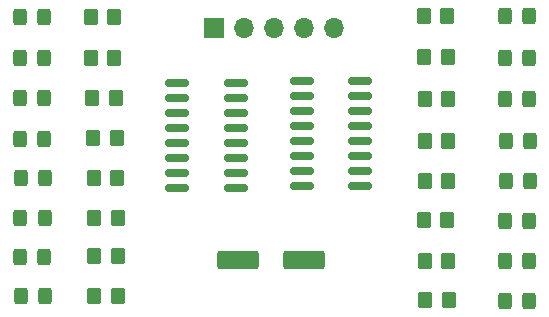
<source format=gbr>
%TF.GenerationSoftware,KiCad,Pcbnew,(6.0.4)*%
%TF.CreationDate,2022-05-29T02:27:14+01:00*%
%TF.ProjectId,16-LED Board,31362d4c-4544-4204-926f-6172642e6b69,V1.0*%
%TF.SameCoordinates,Original*%
%TF.FileFunction,Soldermask,Top*%
%TF.FilePolarity,Negative*%
%FSLAX46Y46*%
G04 Gerber Fmt 4.6, Leading zero omitted, Abs format (unit mm)*
G04 Created by KiCad (PCBNEW (6.0.4)) date 2022-05-29 02:27:14*
%MOMM*%
%LPD*%
G01*
G04 APERTURE LIST*
G04 Aperture macros list*
%AMRoundRect*
0 Rectangle with rounded corners*
0 $1 Rounding radius*
0 $2 $3 $4 $5 $6 $7 $8 $9 X,Y pos of 4 corners*
0 Add a 4 corners polygon primitive as box body*
4,1,4,$2,$3,$4,$5,$6,$7,$8,$9,$2,$3,0*
0 Add four circle primitives for the rounded corners*
1,1,$1+$1,$2,$3*
1,1,$1+$1,$4,$5*
1,1,$1+$1,$6,$7*
1,1,$1+$1,$8,$9*
0 Add four rect primitives between the rounded corners*
20,1,$1+$1,$2,$3,$4,$5,0*
20,1,$1+$1,$4,$5,$6,$7,0*
20,1,$1+$1,$6,$7,$8,$9,0*
20,1,$1+$1,$8,$9,$2,$3,0*%
G04 Aperture macros list end*
%ADD10RoundRect,0.250000X-0.350000X-0.450000X0.350000X-0.450000X0.350000X0.450000X-0.350000X0.450000X0*%
%ADD11RoundRect,0.250000X0.325000X0.450000X-0.325000X0.450000X-0.325000X-0.450000X0.325000X-0.450000X0*%
%ADD12R,1.700000X1.700000*%
%ADD13O,1.700000X1.700000*%
%ADD14RoundRect,0.250000X-0.325000X-0.450000X0.325000X-0.450000X0.325000X0.450000X-0.325000X0.450000X0*%
%ADD15RoundRect,0.150000X0.825000X0.150000X-0.825000X0.150000X-0.825000X-0.150000X0.825000X-0.150000X0*%
%ADD16RoundRect,0.250000X0.350000X0.450000X-0.350000X0.450000X-0.350000X-0.450000X0.350000X-0.450000X0*%
%ADD17RoundRect,0.250000X-1.500000X-0.550000X1.500000X-0.550000X1.500000X0.550000X-1.500000X0.550000X0*%
G04 APERTURE END LIST*
D10*
%TO.C,R13*%
X159578800Y-102997000D03*
X161578800Y-102997000D03*
%TD*%
D11*
%TO.C,D12*%
X168487200Y-106400600D03*
X166437200Y-106400600D03*
%TD*%
D12*
%TO.C,J1*%
X141737000Y-93421200D03*
D13*
X144277000Y-93421200D03*
X146817000Y-93421200D03*
X149357000Y-93421200D03*
X151897000Y-93421200D03*
%TD*%
D14*
%TO.C,D1*%
X125390800Y-116179600D03*
X127440800Y-116179600D03*
%TD*%
%TO.C,D5*%
X125340000Y-102819200D03*
X127390000Y-102819200D03*
%TD*%
D15*
%TO.C,U1*%
X138622000Y-106984800D03*
X138622000Y-105714800D03*
X138622000Y-104444800D03*
X138622000Y-103174800D03*
X138622000Y-101904800D03*
X138622000Y-100634800D03*
X138622000Y-99364800D03*
X138622000Y-98094800D03*
X143572000Y-98094800D03*
X143572000Y-99364800D03*
X143572000Y-100634800D03*
X143572000Y-101904800D03*
X143572000Y-103174800D03*
X143572000Y-104444800D03*
X143572000Y-105714800D03*
X143572000Y-106984800D03*
%TD*%
D16*
%TO.C,R7*%
X133308600Y-95986600D03*
X131308600Y-95986600D03*
%TD*%
%TO.C,R6*%
X133461000Y-99390200D03*
X131461000Y-99390200D03*
%TD*%
D11*
%TO.C,D10*%
X168436400Y-113207800D03*
X166386400Y-113207800D03*
%TD*%
D16*
%TO.C,R5*%
X133537200Y-102768400D03*
X131537200Y-102768400D03*
%TD*%
D17*
%TO.C,C1*%
X143783400Y-113080800D03*
X149383400Y-113080800D03*
%TD*%
D11*
%TO.C,D16*%
X168411000Y-92481400D03*
X166361000Y-92481400D03*
%TD*%
D10*
%TO.C,R11*%
X159502600Y-109728000D03*
X161502600Y-109728000D03*
%TD*%
D11*
%TO.C,D15*%
X168411000Y-95986600D03*
X166361000Y-95986600D03*
%TD*%
%TO.C,D9*%
X168436400Y-116586000D03*
X166386400Y-116586000D03*
%TD*%
D14*
%TO.C,D4*%
X125390800Y-106197400D03*
X127440800Y-106197400D03*
%TD*%
D11*
%TO.C,D14*%
X168461800Y-99491800D03*
X166411800Y-99491800D03*
%TD*%
D16*
%TO.C,R8*%
X133308600Y-92557600D03*
X131308600Y-92557600D03*
%TD*%
%TO.C,R2*%
X133613400Y-112801400D03*
X131613400Y-112801400D03*
%TD*%
D14*
%TO.C,D2*%
X127390000Y-112826800D03*
X125340000Y-112826800D03*
%TD*%
D10*
%TO.C,R9*%
X159629600Y-116484400D03*
X161629600Y-116484400D03*
%TD*%
%TO.C,R10*%
X159578800Y-113157000D03*
X161578800Y-113157000D03*
%TD*%
D16*
%TO.C,R1*%
X133613400Y-116179600D03*
X131613400Y-116179600D03*
%TD*%
D10*
%TO.C,R12*%
X159578800Y-106375200D03*
X161578800Y-106375200D03*
%TD*%
D14*
%TO.C,D7*%
X125314600Y-95986600D03*
X127364600Y-95986600D03*
%TD*%
D16*
%TO.C,R3*%
X133588000Y-109524800D03*
X131588000Y-109524800D03*
%TD*%
D10*
%TO.C,R16*%
X159502600Y-92430600D03*
X161502600Y-92430600D03*
%TD*%
D14*
%TO.C,D3*%
X125365400Y-109524800D03*
X127415400Y-109524800D03*
%TD*%
D10*
%TO.C,R14*%
X159578800Y-99491800D03*
X161578800Y-99491800D03*
%TD*%
D14*
%TO.C,D6*%
X125314600Y-99364800D03*
X127364600Y-99364800D03*
%TD*%
D16*
%TO.C,R4*%
X133562600Y-106197400D03*
X131562600Y-106197400D03*
%TD*%
D14*
%TO.C,D8*%
X125340000Y-92557600D03*
X127390000Y-92557600D03*
%TD*%
D10*
%TO.C,R15*%
X159528000Y-95935800D03*
X161528000Y-95935800D03*
%TD*%
D11*
%TO.C,D11*%
X168461800Y-109778800D03*
X166411800Y-109778800D03*
%TD*%
%TO.C,D13*%
X168487200Y-102997000D03*
X166437200Y-102997000D03*
%TD*%
D15*
%TO.C,U2*%
X154138400Y-106857800D03*
X154138400Y-105587800D03*
X154138400Y-104317800D03*
X154138400Y-103047800D03*
X154138400Y-101777800D03*
X154138400Y-100507800D03*
X154138400Y-99237800D03*
X154138400Y-97967800D03*
X149188400Y-97967800D03*
X149188400Y-99237800D03*
X149188400Y-100507800D03*
X149188400Y-101777800D03*
X149188400Y-103047800D03*
X149188400Y-104317800D03*
X149188400Y-105587800D03*
X149188400Y-106857800D03*
%TD*%
M02*

</source>
